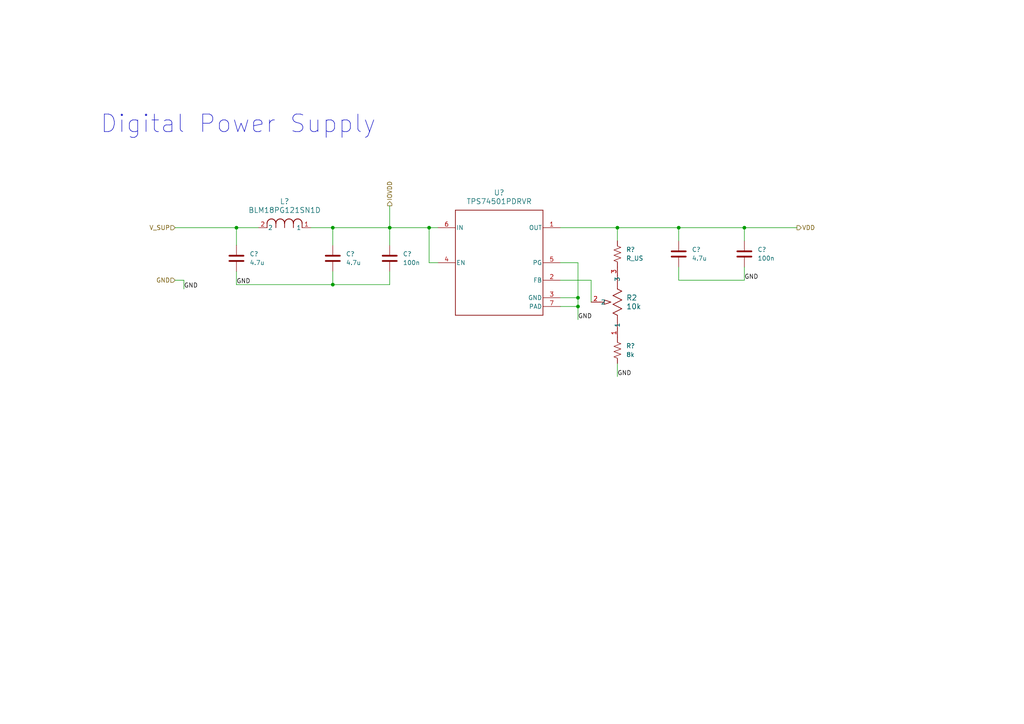
<source format=kicad_sch>
(kicad_sch (version 20231120) (generator "eeschema") (generator_version "8.0")
  (paper "A4")
  (lib_symbols
    (symbol "Device:C" (pin_numbers hide) (pin_names (offset 0.254))
      (property "Reference" "C" (at 0.635 2.54 0))
      (property "Value" "C" (at 0.635 -2.54 0))
      (symbol "C_0_1"
        (polyline (pts (xy -2.032 -0.762) (xy 2.032 -0.762)) (stroke (width 0.508)))
        (polyline (pts (xy -2.032 0.762) (xy 2.032 0.762)) (stroke (width 0.508)))
      )
      (symbol "C_1_1"
        (pin passive line (at 0 3.81 270) (length 2.794) (name "~") (number "1"))
        (pin passive line (at 0 -3.81 90) (length 2.794) (name "~") (number "2"))
      )
    )
    (symbol "Device:R_US" (pin_numbers hide) (pin_names (offset 0))
      (property "Reference" "R" (at 2.54 0 90))
      (property "Value" "R_US" (at -2.54 0 90))
      (symbol "R_US_0_1"
        (polyline (pts (xy 0 -2.286) (xy 0 -2.54)))
        (polyline (pts (xy 0 2.286) (xy 0 2.54)))
        (polyline (pts (xy 0 -0.762) (xy 1.016 -1.143) (xy 0 -1.524) (xy -1.016 -1.905) (xy 0 -2.286)))
        (polyline (pts (xy 0 0.762) (xy 1.016 0.381) (xy 0 0) (xy -1.016 -0.381) (xy 0 -0.762)))
        (polyline (pts (xy 0 2.286) (xy 1.016 1.905) (xy 0 1.524) (xy -1.016 1.143) (xy 0 0.762)))
      )
      (symbol "R_US_1_1"
        (pin passive line (at 0 3.81 270) (length 1.27) (name "~") (number "1"))
        (pin passive line (at 0 -3.81 90) (length 1.27) (name "~") (number "2"))
      )
    )
    (symbol "ferritebead:BLM18PG121SN1D" (pin_names (offset 0.254))
      (property "Reference" "L" (at 6.985 5.08 0))
      (property "Value" "BLM18PG121SN1D" (at 6.985 -2.54 0))
      (symbol "BLM18PG121SN1D_1_1"
        (polyline (pts (xy 2.54 0) (xy 2.54 1.27)) (stroke (width 0.2032)))
        (polyline (pts (xy 5.08 0) (xy 5.08 1.27)) (stroke (width 0.2032)))
        (polyline (pts (xy 7.62 0) (xy 7.62 1.27)) (stroke (width 0.2032)))
        (polyline (pts (xy 10.16 0) (xy 10.16 1.27)) (stroke (width 0.2032)))
        (polyline (pts (xy 12.7 0) (xy 12.7 1.27)) (stroke (width 0.2032)))
        (arc (start 5.08 1.27) (mid 3.81 2.5344) (end 2.54 1.27) (stroke (width 0.254)))
        (arc (start 7.62 1.27) (mid 6.35 2.5344) (end 5.08 1.27) (stroke (width 0.254)))
        (arc (start 10.16 1.27) (mid 8.89 2.5344) (end 7.62 1.27) (stroke (width 0.254)))
        (arc (start 12.7 1.27) (mid 11.43 2.5344) (end 10.16 1.27) (stroke (width 0.254)))
        (pin unspecified line (at 15.24 0 180) (length 2.54) (name "1") (number "1"))
        (pin unspecified line (at 0 0 0) (length 2.54) (name "2") (number "2"))
      )
      (symbol "BLM18PG121SN1D_1_2"
        (arc (start -1.27 5.08) (mid -2.5344 3.81) (end -1.27 2.54) (stroke (width 0.254)))
        (arc (start -1.27 7.62) (mid -2.5344 6.35) (end -1.27 5.08) (stroke (width 0.254)))
        (arc (start -1.27 10.16) (mid -2.5344 8.89) (end -1.27 7.62) (stroke (width 0.254)))
        (arc (start -1.27 12.7) (mid -2.5344 11.43) (end -1.27 10.16) (stroke (width 0.254)))
        (polyline (pts (xy 0 2.54) (xy -1.27 2.54)) (stroke (width 0.2032)))
        (polyline (pts (xy 0 5.08) (xy -1.27 5.08)) (stroke (width 0.2032)))
        (polyline (pts (xy 0 7.62) (xy -1.27 7.62)) (stroke (width 0.2032)))
        (polyline (pts (xy 0 10.16) (xy -1.27 10.16)) (stroke (width 0.2032)))
        (polyline (pts (xy 0 12.7) (xy -1.27 12.7)) (stroke (width 0.2032)))
        (pin unspecified line (at 0 15.24 270) (length 2.54) (name "1") (number "1"))
        (pin unspecified line (at 0 0 90) (length 2.54) (name "2") (number "2"))
      )
    )
    (symbol "pot10turn:PV37W103C01B00" (pin_names (offset 0.254))
      (property "Reference" "R" (at 10.795 -3.175 0))
      (property "Value" "PV37W103C01B00" (at 10.795 -6.35 0))
      (symbol "PV37W103C01B00_1_1"
        (polyline (pts (xy 2.54 0) (xy 6.35 0)) (stroke (width 0.2032)))
        (polyline (pts (xy 6.35 0) (xy 6.985 1.27)) (stroke (width 0.2032)))
        (polyline (pts (xy 6.985 1.27) (xy 8.255 -1.27)) (stroke (width 0.2032)))
        (polyline (pts (xy 8.255 -1.27) (xy 9.525 1.27)) (stroke (width 0.2032)))
        (polyline (pts (xy 9.525 1.27) (xy 10.795 -1.27)) (stroke (width 0.2032)))
        (polyline (pts (xy 9.525 3.81) (xy 10.16 1.905)) (stroke (width 0.2032)))
        (polyline (pts (xy 9.525 3.81) (xy 10.795 3.81)) (stroke (width 0.2032)))
        (polyline (pts (xy 10.16 3.81) (xy 10.16 5.08)) (stroke (width 0.2032)))
        (polyline (pts (xy 10.795 -1.27) (xy 12.065 1.27)) (stroke (width 0.2032)))
        (polyline (pts (xy 10.795 3.81) (xy 10.16 1.905)) (stroke (width 0.2032)))
        (polyline (pts (xy 12.065 1.27) (xy 13.335 -1.27)) (stroke (width 0.2032)))
        (polyline (pts (xy 13.335 -1.27) (xy 13.97 0)) (stroke (width 0.2032)))
        (polyline (pts (xy 13.97 0) (xy 17.78 0)) (stroke (width 0.2032)))
        (pin unspecified line (at 0 0 0) (length 2.54) (name "1") (number "1"))
        (pin unspecified line (at 10.16 7.62 270) (length 2.54) (name "2") (number "2"))
        (pin unspecified line (at 20.32 0 180) (length 2.54) (name "3") (number "3"))
      )
      (symbol "PV37W103C01B00_1_2"
        (polyline (pts (xy -3.81 -10.795) (xy -3.81 -9.525)) (stroke (width 0.2032)))
        (polyline (pts (xy -3.81 -10.795) (xy -1.905 -10.16)) (stroke (width 0.2032)))
        (polyline (pts (xy -3.81 -10.16) (xy -5.08 -10.16)) (stroke (width 0.2032)))
        (polyline (pts (xy -3.81 -9.525) (xy -1.905 -10.16)) (stroke (width 0.2032)))
        (polyline (pts (xy -1.27 -13.335) (xy 1.27 -12.065)) (stroke (width 0.2032)))
        (polyline (pts (xy -1.27 -10.795) (xy 1.27 -9.525)) (stroke (width 0.2032)))
        (polyline (pts (xy -1.27 -8.255) (xy 1.27 -6.985)) (stroke (width 0.2032)))
        (polyline (pts (xy 0 -17.78) (xy 0 -13.97)) (stroke (width 0.2032)))
        (polyline (pts (xy 0 -13.97) (xy -1.27 -13.335)) (stroke (width 0.2032)))
        (polyline (pts (xy 0 -6.35) (xy 0 -2.54)) (stroke (width 0.2032)))
        (polyline (pts (xy 1.27 -12.065) (xy -1.27 -10.795)) (stroke (width 0.2032)))
        (polyline (pts (xy 1.27 -9.525) (xy -1.27 -8.255)) (stroke (width 0.2032)))
        (polyline (pts (xy 1.27 -6.985) (xy 0 -6.35)) (stroke (width 0.2032)))
        (pin unspecified line (at 0 0 270) (length 2.54) (name "1") (number "1"))
        (pin unspecified line (at -7.62 -10.16 0) (length 2.54) (name "2") (number "2"))
        (pin unspecified line (at 0 -20.32 90) (length 2.54) (name "3") (number "3"))
      )
    )
    (symbol "tps745:TPS74501PDRVR" (pin_names (offset 0.254))
      (property "Reference" "U" (at 0 2.54 0))
      (property "Value" "TPS74501PDRVR" (at 0 0 0))
      (symbol "TPS74501PDRVR_0_1"
        (polyline (pts (xy -12.7 -15.24) (xy 12.7 -15.24)) (stroke (width 0.2032)))
        (polyline (pts (xy -12.7 15.24) (xy -12.7 -15.24)) (stroke (width 0.2032)))
        (polyline (pts (xy 12.7 -15.24) (xy 12.7 15.24)) (stroke (width 0.2032)))
        (polyline (pts (xy 12.7 15.24) (xy -12.7 15.24)) (stroke (width 0.2032)))
        (pin power_in line (at 17.78 10.16 180) (length 5.08) (name "OUT") (number "1"))
        (pin input line (at 17.78 -5.08 180) (length 5.08) (name "FB") (number "2"))
        (pin power_in line (at 17.78 -10.16 180) (length 5.08) (name "GND") (number "3"))
        (pin input line (at -17.78 0 0) (length 5.08) (name "EN") (number "4"))
        (pin open_collector line (at 17.78 0 180) (length 5.08) (name "PG") (number "5"))
        (pin power_in line (at -17.78 10.16 0) (length 5.08) (name "IN") (number "6"))
        (pin power_in line (at 17.78 -12.7 180) (length 5.08) (name "PAD") (number "7"))
      )
    )
  )
  (junction (at 215.9 66.04))
  (junction (at 196.85 66.04))
  (junction (at 167.64 88.9))
  (junction (at 96.52 66.04))
  (junction (at 113.03 66.04))
  (junction (at 124.46 66.04))
  (junction (at 167.64 86.36))
  (junction (at 96.52 82.55))
  (junction (at 179.07 66.04))
  (junction (at 68.58 66.04))
  (wire (pts (xy 162.56 76.2) (xy 167.64 76.2)))
  (wire (pts (xy 179.07 66.04) (xy 196.85 66.04)))
  (wire (pts (xy 196.85 66.04) (xy 196.85 69.85)))
  (wire (pts (xy 50.8 81.28) (xy 53.34 81.28)))
  (wire (pts (xy 162.56 66.04) (xy 179.07 66.04)))
  (wire (pts (xy 167.64 88.9) (xy 167.64 92.71)))
  (wire (pts (xy 196.85 66.04) (xy 215.9 66.04)))
  (wire (pts (xy 124.46 76.2) (xy 124.46 66.04)))
  (wire (pts (xy 162.56 88.9) (xy 167.64 88.9)))
  (wire (pts (xy 113.03 59.69) (xy 113.03 66.04)))
  (wire (pts (xy 113.03 66.04) (xy 124.46 66.04)))
  (wire (pts (xy 179.07 105.41) (xy 179.07 109.22)))
  (wire (pts (xy 215.9 77.47) (xy 215.9 81.28)))
  (wire (pts (xy 127 76.2) (xy 124.46 76.2)))
  (wire (pts (xy 167.64 86.36) (xy 162.56 86.36)))
  (wire (pts (xy 74.93 66.04) (xy 68.58 66.04)))
  (wire (pts (xy 50.8 66.04) (xy 68.58 66.04)))
  (wire (pts (xy 124.46 66.04) (xy 127 66.04)))
  (wire (pts (xy 215.9 66.04) (xy 215.9 69.85)))
  (wire (pts (xy 96.52 82.55) (xy 113.03 82.55)))
  (wire (pts (xy 171.45 87.63) (xy 171.45 81.28)))
  (wire (pts (xy 167.64 76.2) (xy 167.64 86.36)))
  (wire (pts (xy 53.34 81.28) (xy 53.34 83.82)))
  (wire (pts (xy 196.85 77.47) (xy 196.85 81.28)))
  (wire (pts (xy 68.58 66.04) (xy 68.58 71.12)))
  (wire (pts (xy 215.9 66.04) (xy 231.14 66.04)))
  (wire (pts (xy 113.03 78.74) (xy 113.03 82.55)))
  (wire (pts (xy 167.64 88.9) (xy 167.64 86.36)))
  (wire (pts (xy 68.58 82.55) (xy 96.52 82.55)))
  (wire (pts (xy 96.52 66.04) (xy 96.52 71.12)))
  (wire (pts (xy 68.58 78.74) (xy 68.58 82.55)))
  (wire (pts (xy 96.52 78.74) (xy 96.52 82.55)))
  (wire (pts (xy 171.45 81.28) (xy 162.56 81.28)))
  (wire (pts (xy 96.52 66.04) (xy 113.03 66.04)))
  (wire (pts (xy 196.85 81.28) (xy 215.9 81.28)))
  (wire (pts (xy 179.07 69.85) (xy 179.07 66.04)))
  (wire (pts (xy 113.03 71.12) (xy 113.03 66.04)))
  (wire (pts (xy 90.17 66.04) (xy 96.52 66.04)))
  (text "Digital Power Supply" (at 69.088 36.068 0) (effects (font (size 5.08 5.08))))
  (label "GND" (at 167.64 92.71 0))
  (label "GND" (at 68.58 82.55 0))
  (label "GND" (at 215.9 81.28 0))
  (label "GND" (at 179.07 109.22 0))
  (label "GND" (at 53.34 83.82 0))
  (hierarchical_label "IOVDD" (shape output) (at 113.03 59.69 90))
  (hierarchical_label "GND" (shape input) (at 50.8 81.28 180))
  (hierarchical_label "VDD" (shape output) (at 231.14 66.04 0))
  (hierarchical_label "V_SUP" (shape input) (at 50.8 66.04 180))
  (symbol (lib_id "Device:C") (at 113.03 74.93 0) (unit 1)
    (property "Reference" "C?" (at 116.84 73.6599 0) (effects (justify left)))
    (property "Value" "100n" (at 116.84 76.1999 0) (effects (justify left)))
    (property "Footprint" "Capacitor_SMD:C_0201_0603Metric" (effects (hide yes)))
    (property "Description" "Unpolarized capacitor" (effects (hide yes)))
    (instances (project "board_main" (path "" (reference "C?") (unit 1))) (project "digital_supply" (path "" (reference "C3") (unit 1))))
  )
  (symbol (lib_id "pot10turn:PV37W103C01B00") (at 179.07 97.79 90) (unit 1)
    (property "Reference" "R2" (at 181.61 86.3599 90) (effects (font (size 1.524 1.524)) (justify right)))
    (property "Value" "10k" (at 181.61 88.8999 90) (effects (font (size 1.524 1.524)) (justify right)))
    (property "Footprint" "POT_PV37W_MUR" (effects (hide yes)))
    (property "Datasheet" "PV37W103C01B00" (effects (hide yes)))
  )
  (symbol (lib_id "Device:C") (at 196.85 73.66 0) (unit 1)
    (property "Reference" "C?" (at 200.66 72.3899 0) (effects (justify left)))
    (property "Value" "4.7u" (at 200.66 74.9299 0) (effects (justify left)))
    (property "Footprint" "Capacitor_SMD:C_0201_0603Metric" (effects (hide yes)))
    (property "Description" "Unpolarized capacitor" (effects (hide yes)))
    (instances (project "board_main" (path "" (reference "C?") (unit 1))) (project "digital_supply" (path "" (reference "C4") (unit 1))))
  )
  (symbol (lib_id "Device:R_US") (at 179.07 73.66 0) (unit 1)
    (property "Reference" "R?" (at 181.61 72.3899 0) (effects (justify left)))
    (property "Value" "R_US" (at 181.61 74.9299 0) (effects (justify left)))
    (property "Description" "Resistor, US symbol" (effects (hide yes)))
    (instances (project "board_main" (path "" (reference "R?") (unit 1))) (project "" (path "" (reference "R1") (unit 1))))
  )
  (symbol (lib_id "Device:C") (at 68.58 74.93 0) (unit 1)
    (property "Reference" "C?" (at 72.39 73.6599 0) (effects (justify left)))
    (property "Value" "4.7u" (at 72.39 76.1999 0) (effects (justify left)))
    (property "Footprint" "Capacitor_SMD:C_0201_0603Metric" (effects (hide yes)))
    (property "Description" "Unpolarized capacitor" (effects (hide yes)))
    (instances (project "board_main" (path "" (reference "C?") (unit 1))) (project "" (path "" (reference "C1") (unit 1))))
  )
  (symbol (lib_id "Device:R_US") (at 179.07 101.6 0) (unit 1)
    (property "Reference" "R?" (at 181.61 100.3299 0) (effects (justify left)))
    (property "Value" "8k" (at 181.61 102.8699 0) (effects (justify left)))
    (property "Description" "Resistor, US symbol" (effects (hide yes)))
    (instances (project "board_main" (path "" (reference "R?") (unit 1))) (project "digital_supply" (path "" (reference "R3") (unit 1))))
  )
  (symbol (lib_id "Device:C") (at 96.52 74.93 0) (unit 1)
    (property "Reference" "C?" (at 100.33 73.6599 0) (effects (justify left)))
    (property "Value" "4.7u" (at 100.33 76.1999 0) (effects (justify left)))
    (property "Footprint" "Capacitor_SMD:C_0201_0603Metric" (effects (hide yes)))
    (property "Description" "Unpolarized capacitor" (effects (hide yes)))
    (instances (project "board_main" (path "" (reference "C?") (unit 1))) (project "digital_supply" (path "" (reference "C2") (unit 1))))
  )
  (symbol (lib_id "ferritebead:BLM18PG121SN1D") (at 74.93 66.04 0) (unit 1)
    (property "Reference" "L?" (at 82.55 58.42 0) (effects (font (size 1.524 1.524))))
    (property "Value" "BLM18PG121SN1D" (at 82.55 60.96 0) (effects (font (size 1.524 1.524))))
    (property "Footprint" "IND_BLM18_0603_MUR" (effects (hide yes)))
    (property "Datasheet" "BLM18PG121SN1D" (effects (hide yes)))
    (instances (project "board_main" (path "" (reference "L?") (unit 1))) (project "" (path "" (reference "L1") (unit 1))))
  )
  (symbol (lib_id "Device:C") (at 215.9 73.66 0) (unit 1)
    (property "Reference" "C?" (at 219.71 72.3899 0) (effects (justify left)))
    (property "Value" "100n" (at 219.71 74.9299 0) (effects (justify left)))
    (property "Footprint" "Capacitor_SMD:C_0201_0603Metric" (effects (hide yes)))
    (property "Description" "Unpolarized capacitor" (effects (hide yes)))
    (instances (project "board_main" (path "" (reference "C?") (unit 1))) (project "digital_supply" (path "" (reference "C5") (unit 1))))
  )
  (symbol (lib_id "tps745:TPS74501PDRVR") (at 144.78 76.2 0) (unit 1)
    (property "Reference" "U?" (at 144.78 55.88 0) (effects (font (size 1.524 1.524))))
    (property "Value" "TPS74501PDRVR" (at 144.78 58.42 0) (effects (font (size 1.524 1.524))))
    (property "Footprint" "DRV0006A" (effects (hide yes)))
    (property "Datasheet" "TPS74501PDRVR" (effects (hide yes)))
    (instances (project "board_main" (path "" (reference "U?") (unit 1))) (project "" (path "" (reference "U1") (unit 1))))
  )
)
</source>
